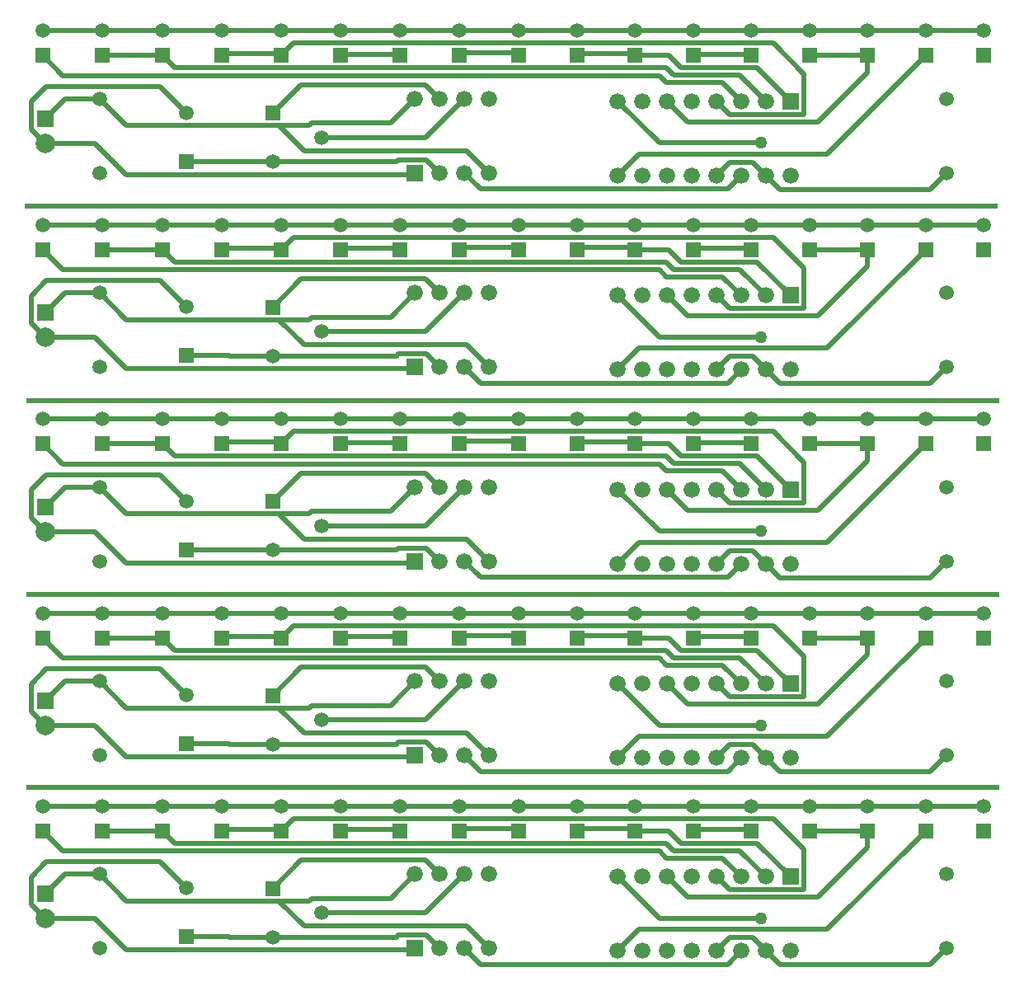
<source format=gbl>
G04 Layer_Physical_Order=2*
G04 Layer_Color=16711680*
%FSLAX25Y25*%
%MOIN*%
G70*
G01*
G75*
%ADD10C,0.02000*%
%ADD11R,0.05905X0.05905*%
%ADD12C,0.05905*%
%ADD13R,0.05937X0.05937*%
%ADD14C,0.05937*%
%ADD15R,0.06600X0.06600*%
%ADD16C,0.06600*%
%ADD17R,0.07087X0.07087*%
%ADD18C,0.07874*%
%ADD19R,3.93701X0.02362*%
%ADD20C,0.05000*%
D10*
X321500Y373500D02*
X345000D01*
X35500D02*
X60000D01*
X69500Y330657D02*
X86900D01*
X87057Y330500D01*
X104500D01*
X274500Y383500D02*
X298000D01*
X251000D02*
X274500D01*
X298000D02*
X321500D01*
X345000D01*
X227500D02*
X251000D01*
X345000D02*
X368500D01*
X204000D02*
X227500D01*
X180000D02*
X204000D01*
X368500D02*
X392000D01*
X156000D02*
X180000D01*
X132000D02*
X156000D01*
X108000D02*
X132000D01*
X84000D02*
X108000D01*
X60000D02*
X84000D01*
X35500D02*
X60000D01*
X11500D02*
X35500D01*
X119200Y345200D02*
X120200Y346200D01*
X152200D01*
X162000Y356000D01*
X166700Y331300D02*
X172000Y326000D01*
X155400Y331300D02*
X166700D01*
X84000Y373500D02*
X84712Y374212D01*
X107288D01*
X108000Y373500D01*
X155500Y374000D02*
X156000Y373500D01*
X132500Y374000D02*
X155500D01*
X132000Y373500D02*
X132500Y374000D01*
X180000Y373500D02*
X181000Y374500D01*
X203000D01*
X204000Y373500D01*
X227500D02*
X228375Y374375D01*
X250125D01*
X251000Y373500D01*
X264594D01*
X269547Y368547D01*
X300453D01*
X314000Y355000D01*
X286453Y362547D02*
X294000Y355000D01*
X263547Y362547D02*
X286453D01*
X260794Y365300D02*
X263547Y362547D01*
X19700Y365300D02*
X260794D01*
X11500Y373500D02*
X19700Y365300D01*
X297476Y374024D02*
X298000Y373500D01*
X275024Y374024D02*
X297476D01*
X274500Y373500D02*
X275024Y374024D01*
X108000Y373500D02*
X113000Y378500D01*
X306800D01*
X319300Y366000D01*
Y349700D02*
Y366000D01*
X289300Y349700D02*
X319300D01*
X284000Y355000D02*
X289300Y349700D01*
X6900Y343600D02*
X12500Y338000D01*
X6900Y343600D02*
Y354900D01*
X13000Y361000D01*
X58843D01*
X69500Y350343D01*
X244000Y355000D02*
X260800Y338200D01*
X302100D01*
X328700Y333700D02*
X368500Y373500D01*
X252700Y333700D02*
X328700D01*
X244000Y325000D02*
X252700Y333700D01*
X345000Y366600D02*
Y373500D01*
X325000Y346600D02*
X345000Y366600D01*
X272400Y346600D02*
X325000D01*
X264000Y355000D02*
X272400Y346600D01*
X60000Y373500D02*
X64953Y368547D01*
X263547D01*
X266547Y365547D01*
X293453D01*
X304000Y355000D01*
X166343Y340343D02*
X182000Y356000D01*
X124185Y340343D02*
X166343D01*
X284000Y325000D02*
X289300Y330300D01*
X298700D01*
X304000Y325000D01*
X370300Y319300D02*
X377000Y326000D01*
X309700Y319300D02*
X370300D01*
X304000Y325000D02*
X309700Y319300D01*
X12500Y338000D02*
X32600D01*
X45300Y325300D01*
X162000D02*
Y326000D01*
X104500Y350185D02*
X116015Y361700D01*
X166300D01*
X172000Y356000D01*
X12500Y348000D02*
X20500Y356000D01*
X34500D01*
X45300Y345200D01*
X107100D01*
X119200D01*
X288500Y319500D02*
X294000Y325000D01*
X182000Y326000D02*
X188500Y319500D01*
X288500D01*
X183000Y335000D02*
X192000Y326000D01*
X107100Y345200D02*
X117300Y335000D01*
X183000D01*
X154600Y330500D02*
X155400Y331300D01*
X104500Y330500D02*
X154600D01*
X45300Y325300D02*
X162000D01*
X321500Y295000D02*
X345000D01*
X35500D02*
X60000D01*
X69500Y252157D02*
X86900D01*
X87057Y252000D01*
X104500D01*
X274500Y305000D02*
X298000D01*
X251000D02*
X274500D01*
X298000D02*
X321500D01*
X345000D01*
X227500D02*
X251000D01*
X345000D02*
X368500D01*
X204000D02*
X227500D01*
X180000D02*
X204000D01*
X368500D02*
X392000D01*
X156000D02*
X180000D01*
X132000D02*
X156000D01*
X108000D02*
X132000D01*
X84000D02*
X108000D01*
X60000D02*
X84000D01*
X35500D02*
X60000D01*
X11500D02*
X35500D01*
X119200Y266700D02*
X120200Y267700D01*
X152200D01*
X162000Y277500D01*
X166700Y252800D02*
X172000Y247500D01*
X155400Y252800D02*
X166700D01*
X84000Y295000D02*
X84712Y295712D01*
X107288D01*
X108000Y295000D01*
X155500Y295500D02*
X156000Y295000D01*
X132500Y295500D02*
X155500D01*
X132000Y295000D02*
X132500Y295500D01*
X180000Y295000D02*
X181000Y296000D01*
X203000D01*
X204000Y295000D01*
X227500D02*
X228375Y295875D01*
X250125D01*
X251000Y295000D01*
X264594D01*
X269547Y290047D01*
X300453D01*
X314000Y276500D01*
X286453Y284047D02*
X294000Y276500D01*
X263547Y284047D02*
X286453D01*
X260794Y286800D02*
X263547Y284047D01*
X19700Y286800D02*
X260794D01*
X11500Y295000D02*
X19700Y286800D01*
X297476Y295524D02*
X298000Y295000D01*
X275024Y295524D02*
X297476D01*
X274500Y295000D02*
X275024Y295524D01*
X108000Y295000D02*
X113000Y300000D01*
X306800D01*
X319300Y287500D01*
Y271200D02*
Y287500D01*
X289300Y271200D02*
X319300D01*
X284000Y276500D02*
X289300Y271200D01*
X6900Y265100D02*
X12500Y259500D01*
X6900Y265100D02*
Y276400D01*
X13000Y282500D01*
X58843D01*
X69500Y271843D01*
X244000Y276500D02*
X260800Y259700D01*
X302100D01*
X328700Y255200D02*
X368500Y295000D01*
X252700Y255200D02*
X328700D01*
X244000Y246500D02*
X252700Y255200D01*
X345000Y288100D02*
Y295000D01*
X325000Y268100D02*
X345000Y288100D01*
X272400Y268100D02*
X325000D01*
X264000Y276500D02*
X272400Y268100D01*
X60000Y295000D02*
X64953Y290047D01*
X263547D01*
X266547Y287047D01*
X293453D01*
X304000Y276500D01*
X166343Y261843D02*
X182000Y277500D01*
X124185Y261843D02*
X166343D01*
X284000Y246500D02*
X289300Y251800D01*
X298700D01*
X304000Y246500D01*
X370300Y240800D02*
X377000Y247500D01*
X309700Y240800D02*
X370300D01*
X304000Y246500D02*
X309700Y240800D01*
X12500Y259500D02*
X32600D01*
X45300Y246800D01*
X162000D02*
Y247500D01*
X104500Y271685D02*
X116015Y283200D01*
X166300D01*
X172000Y277500D01*
X12500Y269500D02*
X20500Y277500D01*
X34500D01*
X45300Y266700D01*
X107100D01*
X119200D01*
X288500Y241000D02*
X294000Y246500D01*
X182000Y247500D02*
X188500Y241000D01*
X288500D01*
X183000Y256500D02*
X192000Y247500D01*
X107100Y266700D02*
X117300Y256500D01*
X183000D01*
X154600Y252000D02*
X155400Y252800D01*
X104500Y252000D02*
X154600D01*
X45300Y246800D02*
X162000D01*
X321500Y216500D02*
X345000D01*
X35500D02*
X60000D01*
X69500Y173657D02*
X86900D01*
X87057Y173500D01*
X104500D01*
X274500Y226500D02*
X298000D01*
X251000D02*
X274500D01*
X298000D02*
X321500D01*
X345000D01*
X227500D02*
X251000D01*
X345000D02*
X368500D01*
X204000D02*
X227500D01*
X180000D02*
X204000D01*
X368500D02*
X392000D01*
X156000D02*
X180000D01*
X132000D02*
X156000D01*
X108000D02*
X132000D01*
X84000D02*
X108000D01*
X60000D02*
X84000D01*
X35500D02*
X60000D01*
X11500D02*
X35500D01*
X119200Y188200D02*
X120200Y189200D01*
X152200D01*
X162000Y199000D01*
X166700Y174300D02*
X172000Y169000D01*
X155400Y174300D02*
X166700D01*
X84000Y216500D02*
X84712Y217212D01*
X107288D01*
X108000Y216500D01*
X155500Y217000D02*
X156000Y216500D01*
X132500Y217000D02*
X155500D01*
X132000Y216500D02*
X132500Y217000D01*
X180000Y216500D02*
X181000Y217500D01*
X203000D01*
X204000Y216500D01*
X227500D02*
X228375Y217375D01*
X250125D01*
X251000Y216500D01*
X264594D01*
X269547Y211547D01*
X300453D01*
X314000Y198000D01*
X286453Y205547D02*
X294000Y198000D01*
X263547Y205547D02*
X286453D01*
X260794Y208300D02*
X263547Y205547D01*
X19700Y208300D02*
X260794D01*
X11500Y216500D02*
X19700Y208300D01*
X297476Y217024D02*
X298000Y216500D01*
X275024Y217024D02*
X297476D01*
X274500Y216500D02*
X275024Y217024D01*
X108000Y216500D02*
X113000Y221500D01*
X306800D01*
X319300Y209000D01*
Y192700D02*
Y209000D01*
X289300Y192700D02*
X319300D01*
X284000Y198000D02*
X289300Y192700D01*
X6900Y186600D02*
X12500Y181000D01*
X6900Y186600D02*
Y197900D01*
X13000Y204000D01*
X58843D01*
X69500Y193343D01*
X244000Y198000D02*
X260800Y181200D01*
X302100D01*
X328700Y176700D02*
X368500Y216500D01*
X252700Y176700D02*
X328700D01*
X244000Y168000D02*
X252700Y176700D01*
X345000Y209600D02*
Y216500D01*
X325000Y189600D02*
X345000Y209600D01*
X272400Y189600D02*
X325000D01*
X264000Y198000D02*
X272400Y189600D01*
X60000Y216500D02*
X64953Y211547D01*
X263547D01*
X266547Y208547D01*
X293453D01*
X304000Y198000D01*
X166343Y183343D02*
X182000Y199000D01*
X124185Y183343D02*
X166343D01*
X284000Y168000D02*
X289300Y173300D01*
X298700D01*
X304000Y168000D01*
X370300Y162300D02*
X377000Y169000D01*
X309700Y162300D02*
X370300D01*
X304000Y168000D02*
X309700Y162300D01*
X12500Y181000D02*
X32600D01*
X45300Y168300D01*
X162000D02*
Y169000D01*
X104500Y193185D02*
X116015Y204700D01*
X166300D01*
X172000Y199000D01*
X12500Y191000D02*
X20500Y199000D01*
X34500D01*
X45300Y188200D01*
X107100D01*
X119200D01*
X288500Y162500D02*
X294000Y168000D01*
X182000Y169000D02*
X188500Y162500D01*
X288500D01*
X183000Y178000D02*
X192000Y169000D01*
X107100Y188200D02*
X117300Y178000D01*
X183000D01*
X154600Y173500D02*
X155400Y174300D01*
X104500Y173500D02*
X154600D01*
X45300Y168300D02*
X162000D01*
X321500Y138000D02*
X345000D01*
X35500D02*
X60000D01*
X69500Y95157D02*
X86900D01*
X87057Y95000D01*
X104500D01*
X274500Y148000D02*
X298000D01*
X251000D02*
X274500D01*
X298000D02*
X321500D01*
X345000D01*
X227500D02*
X251000D01*
X345000D02*
X368500D01*
X204000D02*
X227500D01*
X180000D02*
X204000D01*
X368500D02*
X392000D01*
X156000D02*
X180000D01*
X132000D02*
X156000D01*
X108000D02*
X132000D01*
X84000D02*
X108000D01*
X60000D02*
X84000D01*
X35500D02*
X60000D01*
X11500D02*
X35500D01*
X119200Y109700D02*
X120200Y110700D01*
X152200D01*
X162000Y120500D01*
X166700Y95800D02*
X172000Y90500D01*
X155400Y95800D02*
X166700D01*
X84000Y138000D02*
X84712Y138712D01*
X107288D01*
X108000Y138000D01*
X155500Y138500D02*
X156000Y138000D01*
X132500Y138500D02*
X155500D01*
X132000Y138000D02*
X132500Y138500D01*
X180000Y138000D02*
X181000Y139000D01*
X203000D01*
X204000Y138000D01*
X227500D02*
X228375Y138875D01*
X250125D01*
X251000Y138000D01*
X264594D01*
X269547Y133047D01*
X300453D01*
X314000Y119500D01*
X286453Y127047D02*
X294000Y119500D01*
X263547Y127047D02*
X286453D01*
X260794Y129800D02*
X263547Y127047D01*
X19700Y129800D02*
X260794D01*
X11500Y138000D02*
X19700Y129800D01*
X297476Y138524D02*
X298000Y138000D01*
X275024Y138524D02*
X297476D01*
X274500Y138000D02*
X275024Y138524D01*
X108000Y138000D02*
X113000Y143000D01*
X306800D01*
X319300Y130500D01*
Y114200D02*
Y130500D01*
X289300Y114200D02*
X319300D01*
X284000Y119500D02*
X289300Y114200D01*
X6900Y108100D02*
X12500Y102500D01*
X6900Y108100D02*
Y119400D01*
X13000Y125500D01*
X58843D01*
X69500Y114843D01*
X244000Y119500D02*
X260800Y102700D01*
X302100D01*
X328700Y98200D02*
X368500Y138000D01*
X252700Y98200D02*
X328700D01*
X244000Y89500D02*
X252700Y98200D01*
X345000Y131100D02*
Y138000D01*
X325000Y111100D02*
X345000Y131100D01*
X272400Y111100D02*
X325000D01*
X264000Y119500D02*
X272400Y111100D01*
X60000Y138000D02*
X64953Y133047D01*
X263547D01*
X266547Y130047D01*
X293453D01*
X304000Y119500D01*
X166343Y104843D02*
X182000Y120500D01*
X124185Y104843D02*
X166343D01*
X284000Y89500D02*
X289300Y94800D01*
X298700D01*
X304000Y89500D01*
X370300Y83800D02*
X377000Y90500D01*
X309700Y83800D02*
X370300D01*
X304000Y89500D02*
X309700Y83800D01*
X12500Y102500D02*
X32600D01*
X45300Y89800D01*
X162000D02*
Y90500D01*
X104500Y114685D02*
X116015Y126200D01*
X166300D01*
X172000Y120500D01*
X12500Y112500D02*
X20500Y120500D01*
X34500D01*
X45300Y109700D01*
X107100D01*
X119200D01*
X288500Y84000D02*
X294000Y89500D01*
X182000Y90500D02*
X188500Y84000D01*
X288500D01*
X183000Y99500D02*
X192000Y90500D01*
X107100Y109700D02*
X117300Y99500D01*
X183000D01*
X154600Y95000D02*
X155400Y95800D01*
X104500Y95000D02*
X154600D01*
X45300Y89800D02*
X162000D01*
X11500Y60000D02*
X19700Y51800D01*
X11500Y70000D02*
X35500D01*
X45300Y11800D02*
X162000D01*
X368500Y70000D02*
X392000D01*
X104500Y17000D02*
X154600D01*
X155400Y17800D01*
X117300Y21500D02*
X183000D01*
X107100Y31700D02*
X117300Y21500D01*
X183000D02*
X192000Y12500D01*
X188500Y6000D02*
X288500D01*
X182000Y12500D02*
X188500Y6000D01*
X288500D02*
X294000Y11500D01*
X107100Y31700D02*
X119200D01*
X45300D02*
X107100D01*
X34500Y42500D02*
X45300Y31700D01*
X20500Y42500D02*
X34500D01*
X12500Y34500D02*
X20500Y42500D01*
X166300Y48200D02*
X172000Y42500D01*
X116015Y48200D02*
X166300D01*
X104500Y36685D02*
X116015Y48200D01*
X162000Y11800D02*
Y12500D01*
X32600Y24500D02*
X45300Y11800D01*
X12500Y24500D02*
X32600D01*
X304000Y11500D02*
X309700Y5800D01*
X370300D01*
X377000Y12500D01*
X298700Y16800D02*
X304000Y11500D01*
X289300Y16800D02*
X298700D01*
X284000Y11500D02*
X289300Y16800D01*
X124185Y26843D02*
X166343D01*
X182000Y42500D01*
X293453Y52047D02*
X304000Y41500D01*
X266547Y52047D02*
X293453D01*
X263547Y55047D02*
X266547Y52047D01*
X64953Y55047D02*
X263547D01*
X60000Y60000D02*
X64953Y55047D01*
X264000Y41500D02*
X272400Y33100D01*
X325000D01*
X345000Y53100D01*
Y60000D01*
X244000Y11500D02*
X252700Y20200D01*
X328700D01*
X368500Y60000D01*
X260800Y24700D02*
X302100D01*
X244000Y41500D02*
X260800Y24700D01*
X58843Y47500D02*
X69500Y36843D01*
X13000Y47500D02*
X58843D01*
X6900Y41400D02*
X13000Y47500D01*
X6900Y30100D02*
Y41400D01*
Y30100D02*
X12500Y24500D01*
X284000Y41500D02*
X289300Y36200D01*
X319300D01*
Y52500D01*
X306800Y65000D02*
X319300Y52500D01*
X113000Y65000D02*
X306800D01*
X108000Y60000D02*
X113000Y65000D01*
X274500Y60000D02*
X275024Y60524D01*
X297476D01*
X298000Y60000D01*
X19700Y51800D02*
X260794D01*
X263547Y49047D01*
X286453D01*
X294000Y41500D01*
X300453Y55047D02*
X314000Y41500D01*
X269547Y55047D02*
X300453D01*
X264594Y60000D02*
X269547Y55047D01*
X251000Y60000D02*
X264594D01*
X250125Y60875D02*
X251000Y60000D01*
X228375Y60875D02*
X250125D01*
X227500Y60000D02*
X228375Y60875D01*
X203000Y61000D02*
X204000Y60000D01*
X181000Y61000D02*
X203000D01*
X180000Y60000D02*
X181000Y61000D01*
X132000Y60000D02*
X132500Y60500D01*
X155500D01*
X156000Y60000D01*
X107288Y60712D02*
X108000Y60000D01*
X84712Y60712D02*
X107288D01*
X84000Y60000D02*
X84712Y60712D01*
X155400Y17800D02*
X166700D01*
X172000Y12500D01*
X152200Y32700D02*
X162000Y42500D01*
X120200Y32700D02*
X152200D01*
X119200Y31700D02*
X120200Y32700D01*
X35500Y70000D02*
X60000D01*
X84000D01*
X108000D01*
X132000D01*
X156000D01*
X180000D01*
X204000D01*
X227500D01*
X345000D02*
X368500D01*
X227500D02*
X251000D01*
X321500D02*
X345000D01*
X298000D02*
X321500D01*
X251000D02*
X274500D01*
X298000D01*
X87057Y17000D02*
X104500D01*
X86900Y17157D02*
X87057Y17000D01*
X69500Y17157D02*
X86900D01*
X35500Y60000D02*
X60000D01*
X321500D02*
X345000D01*
D11*
X11500Y373500D02*
D03*
X35500D02*
D03*
X60000D02*
D03*
X84000D02*
D03*
X108000D02*
D03*
X132000D02*
D03*
X156000D02*
D03*
X180000D02*
D03*
X204000D02*
D03*
X227500D02*
D03*
X69500Y330657D02*
D03*
X251000Y373500D02*
D03*
X274500D02*
D03*
X298000D02*
D03*
X321500D02*
D03*
X345000D02*
D03*
X368500D02*
D03*
X392000D02*
D03*
X11500Y295000D02*
D03*
X35500D02*
D03*
X60000D02*
D03*
X84000D02*
D03*
X108000D02*
D03*
X132000D02*
D03*
X156000D02*
D03*
X180000D02*
D03*
X204000D02*
D03*
X227500D02*
D03*
X69500Y252157D02*
D03*
X251000Y295000D02*
D03*
X274500D02*
D03*
X298000D02*
D03*
X321500D02*
D03*
X345000D02*
D03*
X368500D02*
D03*
X392000D02*
D03*
X11500Y216500D02*
D03*
X35500D02*
D03*
X60000D02*
D03*
X84000D02*
D03*
X108000D02*
D03*
X132000D02*
D03*
X156000D02*
D03*
X180000D02*
D03*
X204000D02*
D03*
X227500D02*
D03*
X69500Y173657D02*
D03*
X251000Y216500D02*
D03*
X274500D02*
D03*
X298000D02*
D03*
X321500D02*
D03*
X345000D02*
D03*
X368500D02*
D03*
X392000D02*
D03*
X11500Y138000D02*
D03*
X35500D02*
D03*
X60000D02*
D03*
X84000D02*
D03*
X108000D02*
D03*
X132000D02*
D03*
X156000D02*
D03*
X180000D02*
D03*
X204000D02*
D03*
X227500D02*
D03*
X69500Y95157D02*
D03*
X251000Y138000D02*
D03*
X274500D02*
D03*
X298000D02*
D03*
X321500D02*
D03*
X345000D02*
D03*
X368500D02*
D03*
X392000D02*
D03*
X204000Y60000D02*
D03*
X180000D02*
D03*
X156000D02*
D03*
X132000D02*
D03*
X108000D02*
D03*
X84000D02*
D03*
X60000D02*
D03*
X35500D02*
D03*
X11500D02*
D03*
X392000D02*
D03*
X368500D02*
D03*
X345000D02*
D03*
X321500D02*
D03*
X298000D02*
D03*
X274500D02*
D03*
X251000D02*
D03*
X227500D02*
D03*
X69500Y17157D02*
D03*
D12*
X11500Y383500D02*
D03*
X35500D02*
D03*
X60000D02*
D03*
X84000D02*
D03*
X108000D02*
D03*
X132000D02*
D03*
X156000D02*
D03*
X180000D02*
D03*
X204000D02*
D03*
X34500Y326000D02*
D03*
Y356000D02*
D03*
X227500Y383500D02*
D03*
X69500Y350343D02*
D03*
X251000Y383500D02*
D03*
X274500D02*
D03*
X298000D02*
D03*
X321500D02*
D03*
X345000D02*
D03*
X368500D02*
D03*
X392000D02*
D03*
X377000Y326000D02*
D03*
Y356000D02*
D03*
X11500Y305000D02*
D03*
X35500D02*
D03*
X60000D02*
D03*
X84000D02*
D03*
X108000D02*
D03*
X132000D02*
D03*
X156000D02*
D03*
X180000D02*
D03*
X204000D02*
D03*
X34500Y247500D02*
D03*
Y277500D02*
D03*
X227500Y305000D02*
D03*
X69500Y271843D02*
D03*
X251000Y305000D02*
D03*
X274500D02*
D03*
X298000D02*
D03*
X321500D02*
D03*
X345000D02*
D03*
X368500D02*
D03*
X392000D02*
D03*
X377000Y247500D02*
D03*
Y277500D02*
D03*
X11500Y226500D02*
D03*
X35500D02*
D03*
X60000D02*
D03*
X84000D02*
D03*
X108000D02*
D03*
X132000D02*
D03*
X156000D02*
D03*
X180000D02*
D03*
X204000D02*
D03*
X34500Y169000D02*
D03*
Y199000D02*
D03*
X227500Y226500D02*
D03*
X69500Y193343D02*
D03*
X251000Y226500D02*
D03*
X274500D02*
D03*
X298000D02*
D03*
X321500D02*
D03*
X345000D02*
D03*
X368500D02*
D03*
X392000D02*
D03*
X377000Y169000D02*
D03*
Y199000D02*
D03*
X11500Y148000D02*
D03*
X35500D02*
D03*
X60000D02*
D03*
X84000D02*
D03*
X108000D02*
D03*
X132000D02*
D03*
X156000D02*
D03*
X180000D02*
D03*
X204000D02*
D03*
X34500Y90500D02*
D03*
Y120500D02*
D03*
X227500Y148000D02*
D03*
X69500Y114843D02*
D03*
X251000Y148000D02*
D03*
X274500D02*
D03*
X298000D02*
D03*
X321500D02*
D03*
X345000D02*
D03*
X368500D02*
D03*
X392000D02*
D03*
X377000Y90500D02*
D03*
Y120500D02*
D03*
X204000Y70000D02*
D03*
X180000D02*
D03*
X156000D02*
D03*
X132000D02*
D03*
X108000D02*
D03*
X84000D02*
D03*
X60000D02*
D03*
X35500D02*
D03*
X11500D02*
D03*
X392000D02*
D03*
X368500D02*
D03*
X345000D02*
D03*
X321500D02*
D03*
X298000D02*
D03*
X274500D02*
D03*
X251000D02*
D03*
X227500D02*
D03*
X377000Y12500D02*
D03*
Y42500D02*
D03*
X34500Y12500D02*
D03*
Y42500D02*
D03*
X69500Y36843D02*
D03*
D13*
X104500Y350185D02*
D03*
Y271685D02*
D03*
Y193185D02*
D03*
Y114685D02*
D03*
Y36685D02*
D03*
D14*
X124185Y340343D02*
D03*
X104500Y330500D02*
D03*
X124185Y261843D02*
D03*
X104500Y252000D02*
D03*
X124185Y183343D02*
D03*
X104500Y173500D02*
D03*
X124185Y104843D02*
D03*
X104500Y95000D02*
D03*
X124185Y26843D02*
D03*
X104500Y17000D02*
D03*
D15*
X314000Y355000D02*
D03*
X162000Y326000D02*
D03*
X314000Y276500D02*
D03*
X162000Y247500D02*
D03*
X314000Y198000D02*
D03*
X162000Y169000D02*
D03*
X314000Y119500D02*
D03*
X162000Y90500D02*
D03*
X314000Y41500D02*
D03*
X162000Y12500D02*
D03*
D16*
X304000Y355000D02*
D03*
X294000D02*
D03*
X284000D02*
D03*
X274000D02*
D03*
X264000D02*
D03*
X254000D02*
D03*
X244000D02*
D03*
Y325000D02*
D03*
X254000D02*
D03*
X264000D02*
D03*
X274000D02*
D03*
X284000D02*
D03*
X294000D02*
D03*
X304000D02*
D03*
X314000D02*
D03*
X172000Y326000D02*
D03*
X182000D02*
D03*
X192000D02*
D03*
Y356000D02*
D03*
X182000D02*
D03*
X172000D02*
D03*
X162000D02*
D03*
X304000Y276500D02*
D03*
X294000D02*
D03*
X284000D02*
D03*
X274000D02*
D03*
X264000D02*
D03*
X254000D02*
D03*
X244000D02*
D03*
Y246500D02*
D03*
X254000D02*
D03*
X264000D02*
D03*
X274000D02*
D03*
X284000D02*
D03*
X294000D02*
D03*
X304000D02*
D03*
X314000D02*
D03*
X172000Y247500D02*
D03*
X182000D02*
D03*
X192000D02*
D03*
Y277500D02*
D03*
X182000D02*
D03*
X172000D02*
D03*
X162000D02*
D03*
X304000Y198000D02*
D03*
X294000D02*
D03*
X284000D02*
D03*
X274000D02*
D03*
X264000D02*
D03*
X254000D02*
D03*
X244000D02*
D03*
Y168000D02*
D03*
X254000D02*
D03*
X264000D02*
D03*
X274000D02*
D03*
X284000D02*
D03*
X294000D02*
D03*
X304000D02*
D03*
X314000D02*
D03*
X172000Y169000D02*
D03*
X182000D02*
D03*
X192000D02*
D03*
Y199000D02*
D03*
X182000D02*
D03*
X172000D02*
D03*
X162000D02*
D03*
X304000Y119500D02*
D03*
X294000D02*
D03*
X284000D02*
D03*
X274000D02*
D03*
X264000D02*
D03*
X254000D02*
D03*
X244000D02*
D03*
Y89500D02*
D03*
X254000D02*
D03*
X264000D02*
D03*
X274000D02*
D03*
X284000D02*
D03*
X294000D02*
D03*
X304000D02*
D03*
X314000D02*
D03*
X172000Y90500D02*
D03*
X182000D02*
D03*
X192000D02*
D03*
Y120500D02*
D03*
X182000D02*
D03*
X172000D02*
D03*
X162000D02*
D03*
X304000Y41500D02*
D03*
X294000D02*
D03*
X284000D02*
D03*
X274000D02*
D03*
X264000D02*
D03*
X254000D02*
D03*
X244000D02*
D03*
Y11500D02*
D03*
X254000D02*
D03*
X264000D02*
D03*
X274000D02*
D03*
X284000D02*
D03*
X294000D02*
D03*
X304000D02*
D03*
X314000D02*
D03*
X172000Y12500D02*
D03*
X182000D02*
D03*
X192000D02*
D03*
Y42500D02*
D03*
X182000D02*
D03*
X172000D02*
D03*
X162000D02*
D03*
D17*
X12500Y348000D02*
D03*
Y269500D02*
D03*
Y191000D02*
D03*
Y112500D02*
D03*
Y34500D02*
D03*
D18*
Y338000D02*
D03*
Y259500D02*
D03*
Y181000D02*
D03*
Y102500D02*
D03*
Y24500D02*
D03*
D19*
X201000Y312500D02*
D03*
X201500Y234000D02*
D03*
Y155500D02*
D03*
Y77500D02*
D03*
D20*
X302100Y338200D02*
D03*
Y259700D02*
D03*
Y181200D02*
D03*
Y102700D02*
D03*
Y24700D02*
D03*
M02*

</source>
